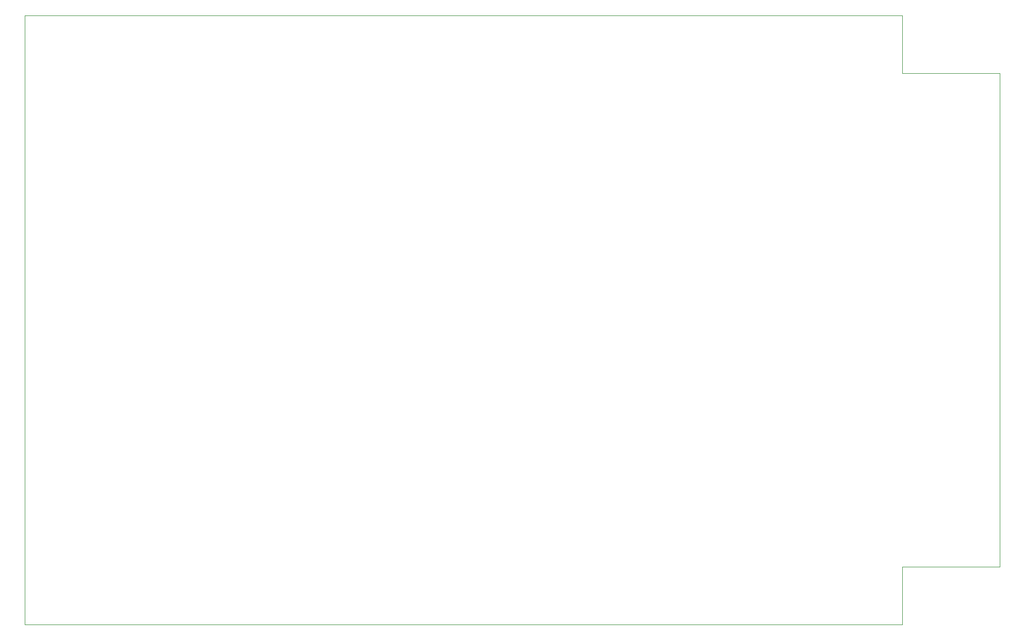
<source format=gbr>
G04 #@! TF.FileFunction,Profile,NP*
%FSLAX46Y46*%
G04 Gerber Fmt 4.6, Leading zero omitted, Abs format (unit mm)*
G04 Created by KiCad (PCBNEW 4.0.1-stable) date Dienstag, 26. April 2016 14:06:35*
%MOMM*%
G01*
G04 APERTURE LIST*
%ADD10C,0.100000*%
G04 APERTURE END LIST*
D10*
X215000880Y-148498560D02*
X71000000Y-148500000D01*
X71000000Y-48498760D02*
X71000000Y-148498560D01*
X214998340Y-48498760D02*
X71000000Y-48500000D01*
X215000000Y-139000000D02*
X215000880Y-148498560D01*
X231000000Y-139000000D02*
X215000000Y-139000000D01*
X215000000Y-58000000D02*
X215000000Y-48500000D01*
X231000000Y-58000000D02*
X215000000Y-58000000D01*
X231000000Y-139000000D02*
X231000000Y-58000000D01*
M02*

</source>
